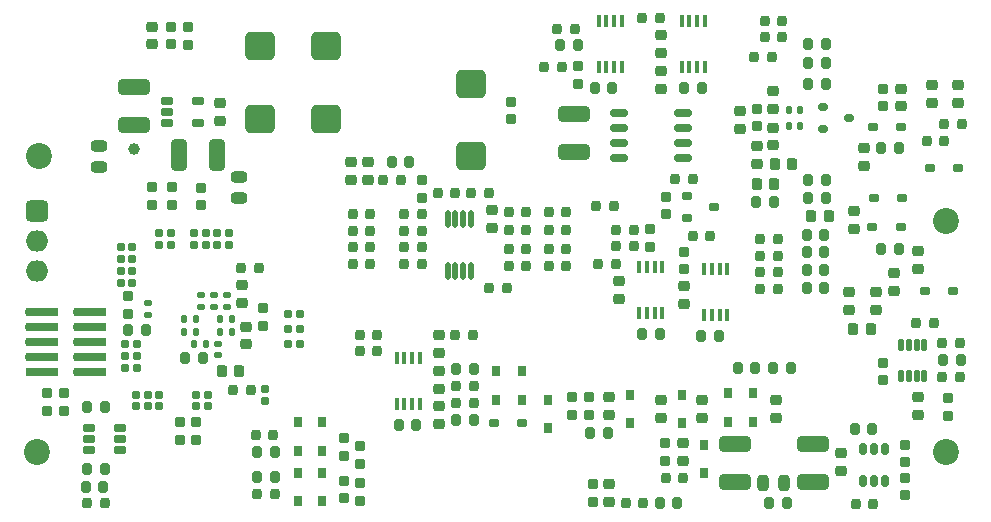
<source format=gbr>
%TF.GenerationSoftware,Altium Limited,Altium Designer,22.6.1 (34)*%
G04 Layer_Color=255*
%FSLAX45Y45*%
%MOMM*%
%TF.SameCoordinates,07F994AE-BB1C-4BEA-A643-928B9DFDCC76*%
%TF.FilePolarity,Positive*%
%TF.FileFunction,Pads,Bot*%
%TF.Part,Single*%
G01*
G75*
%TA.AperFunction,SMDPad,CuDef*%
%ADD22C,1.00000*%
G04:AMPARAMS|DCode=26|XSize=0.6mm|YSize=1mm|CornerRadius=0.15mm|HoleSize=0mm|Usage=FLASHONLY|Rotation=180.000|XOffset=0mm|YOffset=0mm|HoleType=Round|Shape=RoundedRectangle|*
%AMROUNDEDRECTD26*
21,1,0.60000,0.70000,0,0,180.0*
21,1,0.30000,1.00000,0,0,180.0*
1,1,0.30000,-0.15000,0.35000*
1,1,0.30000,0.15000,0.35000*
1,1,0.30000,0.15000,-0.35000*
1,1,0.30000,-0.15000,-0.35000*
%
%ADD26ROUNDEDRECTD26*%
G04:AMPARAMS|DCode=28|XSize=0.75mm|YSize=0.85mm|CornerRadius=0.1875mm|HoleSize=0mm|Usage=FLASHONLY|Rotation=90.000|XOffset=0mm|YOffset=0mm|HoleType=Round|Shape=RoundedRectangle|*
%AMROUNDEDRECTD28*
21,1,0.75000,0.47500,0,0,90.0*
21,1,0.37500,0.85000,0,0,90.0*
1,1,0.37500,0.23750,0.18750*
1,1,0.37500,0.23750,-0.18750*
1,1,0.37500,-0.23750,-0.18750*
1,1,0.37500,-0.23750,0.18750*
%
%ADD28ROUNDEDRECTD28*%
G04:AMPARAMS|DCode=40|XSize=0.95mm|YSize=0.85mm|CornerRadius=0.2125mm|HoleSize=0mm|Usage=FLASHONLY|Rotation=0.000|XOffset=0mm|YOffset=0mm|HoleType=Round|Shape=RoundedRectangle|*
%AMROUNDEDRECTD40*
21,1,0.95000,0.42500,0,0,0.0*
21,1,0.52500,0.85000,0,0,0.0*
1,1,0.42500,0.26250,-0.21250*
1,1,0.42500,-0.26250,-0.21250*
1,1,0.42500,-0.26250,0.21250*
1,1,0.42500,0.26250,0.21250*
%
%ADD40ROUNDEDRECTD40*%
G04:AMPARAMS|DCode=41|XSize=0.95mm|YSize=0.85mm|CornerRadius=0.2125mm|HoleSize=0mm|Usage=FLASHONLY|Rotation=270.000|XOffset=0mm|YOffset=0mm|HoleType=Round|Shape=RoundedRectangle|*
%AMROUNDEDRECTD41*
21,1,0.95000,0.42500,0,0,270.0*
21,1,0.52500,0.85000,0,0,270.0*
1,1,0.42500,-0.21250,-0.26250*
1,1,0.42500,-0.21250,0.26250*
1,1,0.42500,0.21250,0.26250*
1,1,0.42500,0.21250,-0.26250*
%
%ADD41ROUNDEDRECTD41*%
G04:AMPARAMS|DCode=42|XSize=2.5mm|YSize=2.45mm|CornerRadius=0.42875mm|HoleSize=0mm|Usage=FLASHONLY|Rotation=180.000|XOffset=0mm|YOffset=0mm|HoleType=Round|Shape=RoundedRectangle|*
%AMROUNDEDRECTD42*
21,1,2.50000,1.59250,0,0,180.0*
21,1,1.64250,2.45000,0,0,180.0*
1,1,0.85750,-0.82125,0.79625*
1,1,0.85750,0.82125,0.79625*
1,1,0.85750,0.82125,-0.79625*
1,1,0.85750,-0.82125,-0.79625*
%
%ADD42ROUNDEDRECTD42*%
G04:AMPARAMS|DCode=43|XSize=2.7mm|YSize=1.35mm|CornerRadius=0.3375mm|HoleSize=0mm|Usage=FLASHONLY|Rotation=180.000|XOffset=0mm|YOffset=0mm|HoleType=Round|Shape=RoundedRectangle|*
%AMROUNDEDRECTD43*
21,1,2.70000,0.67500,0,0,180.0*
21,1,2.02500,1.35000,0,0,180.0*
1,1,0.67500,-1.01250,0.33750*
1,1,0.67500,1.01250,0.33750*
1,1,0.67500,1.01250,-0.33750*
1,1,0.67500,-1.01250,-0.33750*
%
%ADD43ROUNDEDRECTD43*%
G04:AMPARAMS|DCode=44|XSize=0.65mm|YSize=0.55mm|CornerRadius=0.1375mm|HoleSize=0mm|Usage=FLASHONLY|Rotation=180.000|XOffset=0mm|YOffset=0mm|HoleType=Round|Shape=RoundedRectangle|*
%AMROUNDEDRECTD44*
21,1,0.65000,0.27500,0,0,180.0*
21,1,0.37500,0.55000,0,0,180.0*
1,1,0.27500,-0.18750,0.13750*
1,1,0.27500,0.18750,0.13750*
1,1,0.27500,0.18750,-0.13750*
1,1,0.27500,-0.18750,-0.13750*
%
%ADD44ROUNDEDRECTD44*%
G04:AMPARAMS|DCode=45|XSize=0.65mm|YSize=0.55mm|CornerRadius=0.1375mm|HoleSize=0mm|Usage=FLASHONLY|Rotation=90.000|XOffset=0mm|YOffset=0mm|HoleType=Round|Shape=RoundedRectangle|*
%AMROUNDEDRECTD45*
21,1,0.65000,0.27500,0,0,90.0*
21,1,0.37500,0.55000,0,0,90.0*
1,1,0.27500,0.13750,0.18750*
1,1,0.27500,0.13750,-0.18750*
1,1,0.27500,-0.13750,-0.18750*
1,1,0.27500,-0.13750,0.18750*
%
%ADD45ROUNDEDRECTD45*%
G04:AMPARAMS|DCode=47|XSize=0.65mm|YSize=0.85mm|CornerRadius=0.1625mm|HoleSize=0mm|Usage=FLASHONLY|Rotation=90.000|XOffset=0mm|YOffset=0mm|HoleType=Round|Shape=RoundedRectangle|*
%AMROUNDEDRECTD47*
21,1,0.65000,0.52500,0,0,90.0*
21,1,0.32500,0.85000,0,0,90.0*
1,1,0.32500,0.26250,0.16250*
1,1,0.32500,0.26250,-0.16250*
1,1,0.32500,-0.26250,-0.16250*
1,1,0.32500,-0.26250,0.16250*
%
%ADD47ROUNDEDRECTD47*%
G04:AMPARAMS|DCode=48|XSize=0.75mm|YSize=0.85mm|CornerRadius=0.1875mm|HoleSize=0mm|Usage=FLASHONLY|Rotation=0.000|XOffset=0mm|YOffset=0mm|HoleType=Round|Shape=RoundedRectangle|*
%AMROUNDEDRECTD48*
21,1,0.75000,0.47500,0,0,0.0*
21,1,0.37500,0.85000,0,0,0.0*
1,1,0.37500,0.18750,-0.23750*
1,1,0.37500,-0.18750,-0.23750*
1,1,0.37500,-0.18750,0.23750*
1,1,0.37500,0.18750,0.23750*
%
%ADD48ROUNDEDRECTD48*%
G04:AMPARAMS|DCode=49|XSize=0.98mm|YSize=0.92mm|CornerRadius=0.23mm|HoleSize=0mm|Usage=FLASHONLY|Rotation=270.000|XOffset=0mm|YOffset=0mm|HoleType=Round|Shape=RoundedRectangle|*
%AMROUNDEDRECTD49*
21,1,0.98000,0.46000,0,0,270.0*
21,1,0.52000,0.92000,0,0,270.0*
1,1,0.46000,-0.23000,-0.26000*
1,1,0.46000,-0.23000,0.26000*
1,1,0.46000,0.23000,0.26000*
1,1,0.46000,0.23000,-0.26000*
%
%ADD49ROUNDEDRECTD49*%
G04:AMPARAMS|DCode=50|XSize=0.98mm|YSize=0.92mm|CornerRadius=0.23mm|HoleSize=0mm|Usage=FLASHONLY|Rotation=0.000|XOffset=0mm|YOffset=0mm|HoleType=Round|Shape=RoundedRectangle|*
%AMROUNDEDRECTD50*
21,1,0.98000,0.46000,0,0,0.0*
21,1,0.52000,0.92000,0,0,0.0*
1,1,0.46000,0.26000,-0.23000*
1,1,0.46000,-0.26000,-0.23000*
1,1,0.46000,-0.26000,0.23000*
1,1,0.46000,0.26000,0.23000*
%
%ADD50ROUNDEDRECTD50*%
G04:AMPARAMS|DCode=52|XSize=0.65mm|YSize=0.9mm|CornerRadius=0.1625mm|HoleSize=0mm|Usage=FLASHONLY|Rotation=90.000|XOffset=0mm|YOffset=0mm|HoleType=Round|Shape=RoundedRectangle|*
%AMROUNDEDRECTD52*
21,1,0.65000,0.57500,0,0,90.0*
21,1,0.32500,0.90000,0,0,90.0*
1,1,0.32500,0.28750,0.16250*
1,1,0.32500,0.28750,-0.16250*
1,1,0.32500,-0.28750,-0.16250*
1,1,0.32500,-0.28750,0.16250*
%
%ADD52ROUNDEDRECTD52*%
G04:AMPARAMS|DCode=53|XSize=0.9mm|YSize=0.8mm|CornerRadius=0.2mm|HoleSize=0mm|Usage=FLASHONLY|Rotation=270.000|XOffset=0mm|YOffset=0mm|HoleType=Round|Shape=RoundedRectangle|*
%AMROUNDEDRECTD53*
21,1,0.90000,0.40000,0,0,270.0*
21,1,0.50000,0.80000,0,0,270.0*
1,1,0.40000,-0.20000,-0.25000*
1,1,0.40000,-0.20000,0.25000*
1,1,0.40000,0.20000,0.25000*
1,1,0.40000,0.20000,-0.25000*
%
%ADD53ROUNDEDRECTD53*%
G04:AMPARAMS|DCode=54|XSize=1.35mm|YSize=0.95mm|CornerRadius=0.2375mm|HoleSize=0mm|Usage=FLASHONLY|Rotation=270.000|XOffset=0mm|YOffset=0mm|HoleType=Round|Shape=RoundedRectangle|*
%AMROUNDEDRECTD54*
21,1,1.35000,0.47500,0,0,270.0*
21,1,0.87500,0.95000,0,0,270.0*
1,1,0.47500,-0.23750,-0.43750*
1,1,0.47500,-0.23750,0.43750*
1,1,0.47500,0.23750,0.43750*
1,1,0.47500,0.23750,-0.43750*
%
%ADD54ROUNDEDRECTD54*%
G04:AMPARAMS|DCode=55|XSize=1.35mm|YSize=0.95mm|CornerRadius=0.2375mm|HoleSize=0mm|Usage=FLASHONLY|Rotation=180.000|XOffset=0mm|YOffset=0mm|HoleType=Round|Shape=RoundedRectangle|*
%AMROUNDEDRECTD55*
21,1,1.35000,0.47500,0,0,180.0*
21,1,0.87500,0.95000,0,0,180.0*
1,1,0.47500,-0.43750,0.23750*
1,1,0.47500,0.43750,0.23750*
1,1,0.47500,0.43750,-0.23750*
1,1,0.47500,-0.43750,-0.23750*
%
%ADD55ROUNDEDRECTD55*%
G04:AMPARAMS|DCode=56|XSize=0.9mm|YSize=0.8mm|CornerRadius=0.2mm|HoleSize=0mm|Usage=FLASHONLY|Rotation=0.000|XOffset=0mm|YOffset=0mm|HoleType=Round|Shape=RoundedRectangle|*
%AMROUNDEDRECTD56*
21,1,0.90000,0.40000,0,0,0.0*
21,1,0.50000,0.80000,0,0,0.0*
1,1,0.40000,0.25000,-0.20000*
1,1,0.40000,-0.25000,-0.20000*
1,1,0.40000,-0.25000,0.20000*
1,1,0.40000,0.25000,0.20000*
%
%ADD56ROUNDEDRECTD56*%
G04:AMPARAMS|DCode=57|XSize=0.6mm|YSize=0.6mm|CornerRadius=0.075mm|HoleSize=0mm|Usage=FLASHONLY|Rotation=0.000|XOffset=0mm|YOffset=0mm|HoleType=Round|Shape=RoundedRectangle|*
%AMROUNDEDRECTD57*
21,1,0.60000,0.45000,0,0,0.0*
21,1,0.45000,0.60000,0,0,0.0*
1,1,0.15000,0.22500,-0.22500*
1,1,0.15000,-0.22500,-0.22500*
1,1,0.15000,-0.22500,0.22500*
1,1,0.15000,0.22500,0.22500*
%
%ADD57ROUNDEDRECTD57*%
G04:AMPARAMS|DCode=58|XSize=0.6mm|YSize=0.6mm|CornerRadius=0.075mm|HoleSize=0mm|Usage=FLASHONLY|Rotation=270.000|XOffset=0mm|YOffset=0mm|HoleType=Round|Shape=RoundedRectangle|*
%AMROUNDEDRECTD58*
21,1,0.60000,0.45000,0,0,270.0*
21,1,0.45000,0.60000,0,0,270.0*
1,1,0.15000,-0.22500,-0.22500*
1,1,0.15000,-0.22500,0.22500*
1,1,0.15000,0.22500,0.22500*
1,1,0.15000,0.22500,-0.22500*
%
%ADD58ROUNDEDRECTD58*%
G04:AMPARAMS|DCode=59|XSize=0.65mm|YSize=1.45mm|CornerRadius=0.1625mm|HoleSize=0mm|Usage=FLASHONLY|Rotation=270.000|XOffset=0mm|YOffset=0mm|HoleType=Round|Shape=RoundedRectangle|*
%AMROUNDEDRECTD59*
21,1,0.65000,1.12500,0,0,270.0*
21,1,0.32500,1.45000,0,0,270.0*
1,1,0.32500,-0.56250,-0.16250*
1,1,0.32500,-0.56250,0.16250*
1,1,0.32500,0.56250,0.16250*
1,1,0.32500,0.56250,-0.16250*
%
%ADD59ROUNDEDRECTD59*%
G04:AMPARAMS|DCode=61|XSize=0.4mm|YSize=1.1mm|CornerRadius=0.1mm|HoleSize=0mm|Usage=FLASHONLY|Rotation=0.000|XOffset=0mm|YOffset=0mm|HoleType=Round|Shape=RoundedRectangle|*
%AMROUNDEDRECTD61*
21,1,0.40000,0.90000,0,0,0.0*
21,1,0.20000,1.10000,0,0,0.0*
1,1,0.20000,0.10000,-0.45000*
1,1,0.20000,-0.10000,-0.45000*
1,1,0.20000,-0.10000,0.45000*
1,1,0.20000,0.10000,0.45000*
%
%ADD61ROUNDEDRECTD61*%
%TA.AperFunction,ComponentPad*%
%ADD72O,1.90000X1.80000*%
G04:AMPARAMS|DCode=73|XSize=1.8mm|YSize=1.9mm|CornerRadius=0.36mm|HoleSize=0mm|Usage=FLASHONLY|Rotation=270.000|XOffset=0mm|YOffset=0mm|HoleType=Round|Shape=RoundedRectangle|*
%AMROUNDEDRECTD73*
21,1,1.80000,1.18000,0,0,270.0*
21,1,1.08000,1.90000,0,0,270.0*
1,1,0.72000,-0.59000,-0.54000*
1,1,0.72000,-0.59000,0.54000*
1,1,0.72000,0.59000,0.54000*
1,1,0.72000,0.59000,-0.54000*
%
%ADD73ROUNDEDRECTD73*%
%TA.AperFunction,WasherPad*%
%ADD74C,2.20000*%
%TA.AperFunction,SMDPad,CuDef*%
G04:AMPARAMS|DCode=88|XSize=0.45mm|YSize=1.45mm|CornerRadius=0.14625mm|HoleSize=0mm|Usage=FLASHONLY|Rotation=0.000|XOffset=0mm|YOffset=0mm|HoleType=Round|Shape=RoundedRectangle|*
%AMROUNDEDRECTD88*
21,1,0.45000,1.15750,0,0,0.0*
21,1,0.15750,1.45000,0,0,0.0*
1,1,0.29250,0.07875,-0.57875*
1,1,0.29250,-0.07875,-0.57875*
1,1,0.29250,-0.07875,0.57875*
1,1,0.29250,0.07875,0.57875*
%
%ADD88ROUNDEDRECTD88*%
G04:AMPARAMS|DCode=89|XSize=0.45mm|YSize=1mm|CornerRadius=0.1125mm|HoleSize=0mm|Usage=FLASHONLY|Rotation=0.000|XOffset=0mm|YOffset=0mm|HoleType=Round|Shape=RoundedRectangle|*
%AMROUNDEDRECTD89*
21,1,0.45000,0.77500,0,0,0.0*
21,1,0.22500,1.00000,0,0,0.0*
1,1,0.22500,0.11250,-0.38750*
1,1,0.22500,-0.11250,-0.38750*
1,1,0.22500,-0.11250,0.38750*
1,1,0.22500,0.11250,0.38750*
%
%ADD89ROUNDEDRECTD89*%
G04:AMPARAMS|DCode=90|XSize=0.6mm|YSize=1.1mm|CornerRadius=0.15mm|HoleSize=0mm|Usage=FLASHONLY|Rotation=90.000|XOffset=0mm|YOffset=0mm|HoleType=Round|Shape=RoundedRectangle|*
%AMROUNDEDRECTD90*
21,1,0.60000,0.80000,0,0,90.0*
21,1,0.30000,1.10000,0,0,90.0*
1,1,0.30000,0.40000,0.15000*
1,1,0.30000,0.40000,-0.15000*
1,1,0.30000,-0.40000,-0.15000*
1,1,0.30000,-0.40000,0.15000*
%
%ADD90ROUNDEDRECTD90*%
G04:AMPARAMS|DCode=91|XSize=2.794mm|YSize=0.7366mm|CornerRadius=0.18415mm|HoleSize=0mm|Usage=FLASHONLY|Rotation=0.000|XOffset=0mm|YOffset=0mm|HoleType=Round|Shape=RoundedRectangle|*
%AMROUNDEDRECTD91*
21,1,2.79400,0.36830,0,0,0.0*
21,1,2.42570,0.73660,0,0,0.0*
1,1,0.36830,1.21285,-0.18415*
1,1,0.36830,-1.21285,-0.18415*
1,1,0.36830,-1.21285,0.18415*
1,1,0.36830,1.21285,0.18415*
%
%ADD91ROUNDEDRECTD91*%
%ADD92R,2.79400X0.73660*%
G04:AMPARAMS|DCode=93|XSize=0.62mm|YSize=0.56mm|CornerRadius=0.14mm|HoleSize=0mm|Usage=FLASHONLY|Rotation=90.000|XOffset=0mm|YOffset=0mm|HoleType=Round|Shape=RoundedRectangle|*
%AMROUNDEDRECTD93*
21,1,0.62000,0.28000,0,0,90.0*
21,1,0.34000,0.56000,0,0,90.0*
1,1,0.28000,0.14000,0.17000*
1,1,0.28000,0.14000,-0.17000*
1,1,0.28000,-0.14000,-0.17000*
1,1,0.28000,-0.14000,0.17000*
%
%ADD93ROUNDEDRECTD93*%
%TA.AperFunction,ConnectorPad*%
G04:AMPARAMS|DCode=94|XSize=0.9mm|YSize=0.8mm|CornerRadius=0.2mm|HoleSize=0mm|Usage=FLASHONLY|Rotation=0.000|XOffset=0mm|YOffset=0mm|HoleType=Round|Shape=RoundedRectangle|*
%AMROUNDEDRECTD94*
21,1,0.90000,0.40000,0,0,0.0*
21,1,0.50000,0.80000,0,0,0.0*
1,1,0.40000,0.25000,-0.20000*
1,1,0.40000,-0.25000,-0.20000*
1,1,0.40000,-0.25000,0.20000*
1,1,0.40000,0.25000,0.20000*
%
%ADD94ROUNDEDRECTD94*%
%TA.AperFunction,SMDPad,CuDef*%
G04:AMPARAMS|DCode=95|XSize=2.7mm|YSize=1.35mm|CornerRadius=0.3375mm|HoleSize=0mm|Usage=FLASHONLY|Rotation=90.000|XOffset=0mm|YOffset=0mm|HoleType=Round|Shape=RoundedRectangle|*
%AMROUNDEDRECTD95*
21,1,2.70000,0.67500,0,0,90.0*
21,1,2.02500,1.35000,0,0,90.0*
1,1,0.67500,0.33750,1.01250*
1,1,0.67500,0.33750,-1.01250*
1,1,0.67500,-0.33750,-1.01250*
1,1,0.67500,-0.33750,1.01250*
%
%ADD95ROUNDEDRECTD95*%
D22*
X1075000Y3165000D02*
D03*
D26*
X7244999Y350000D02*
D03*
X7339999D02*
D03*
X7434999D02*
D03*
Y620000D02*
D03*
X7339999D02*
D03*
X7244999D02*
D03*
D28*
X7809999Y3000000D02*
D03*
X8049999D02*
D03*
X7769999Y1964974D02*
D03*
X8009999D02*
D03*
X7565000Y2500000D02*
D03*
X7325000D02*
D03*
X7570000Y3349975D02*
D03*
X7330000D02*
D03*
X7577499Y2750000D02*
D03*
X7337499D02*
D03*
X4120076Y840000D02*
D03*
X4360076D02*
D03*
D40*
X7709998Y909975D02*
D03*
Y1059975D02*
D03*
X5100000Y912500D02*
D03*
Y1062500D02*
D03*
X5719999Y525000D02*
D03*
Y675000D02*
D03*
X5537524Y1037500D02*
D03*
Y887500D02*
D03*
X5887575D02*
D03*
Y1037500D02*
D03*
X6512499Y887500D02*
D03*
Y1037500D02*
D03*
X7254974Y3169949D02*
D03*
Y3019949D02*
D03*
X7357499Y1800000D02*
D03*
Y1950000D02*
D03*
X8049999Y3555000D02*
D03*
Y3705000D02*
D03*
X7830000D02*
D03*
Y3555000D02*
D03*
X7170000Y2637500D02*
D03*
Y2487500D02*
D03*
X7569999Y3675000D02*
D03*
Y3525000D02*
D03*
X1224999Y4050000D02*
D03*
Y4200000D02*
D03*
X7060049Y440000D02*
D03*
Y590000D02*
D03*
X1805049Y3400000D02*
D03*
Y3550000D02*
D03*
X5100000Y175000D02*
D03*
Y325000D02*
D03*
X3660000Y1585000D02*
D03*
Y1435000D02*
D03*
Y1135000D02*
D03*
Y1285000D02*
D03*
X3660000Y835000D02*
D03*
Y985000D02*
D03*
X3052526Y2900052D02*
D03*
Y3050052D02*
D03*
X2912500Y2900052D02*
D03*
Y3050052D02*
D03*
X7507500Y1962500D02*
D03*
Y2112500D02*
D03*
X7132500Y1800000D02*
D03*
Y1950000D02*
D03*
X6347475Y3035000D02*
D03*
Y3185000D02*
D03*
X2025025Y1659975D02*
D03*
Y1509975D02*
D03*
X1985024Y1860000D02*
D03*
Y2010000D02*
D03*
X4103125Y2645625D02*
D03*
Y2495625D02*
D03*
X5540000Y3675000D02*
D03*
Y3825000D02*
D03*
X6207475Y3335000D02*
D03*
Y3485000D02*
D03*
X6487500Y3505000D02*
D03*
Y3655000D02*
D03*
Y3345000D02*
D03*
Y3195000D02*
D03*
X5540000Y3975000D02*
D03*
Y4125000D02*
D03*
X5180000Y1895000D02*
D03*
Y2045000D02*
D03*
X5730000Y1855000D02*
D03*
Y2005000D02*
D03*
D41*
X5675000Y162500D02*
D03*
X5525000D02*
D03*
X6485000Y1310000D02*
D03*
X6635000D02*
D03*
X6334999D02*
D03*
X6184999D02*
D03*
X6600000Y162500D02*
D03*
X6450000D02*
D03*
X6770000Y2437500D02*
D03*
X6920000D02*
D03*
X6782499Y2750000D02*
D03*
X6932499D02*
D03*
X6770000Y2137500D02*
D03*
X6920000D02*
D03*
X6770000Y2287500D02*
D03*
X6920000D02*
D03*
X6782499Y2900000D02*
D03*
X6932499D02*
D03*
X6770000Y1987500D02*
D03*
X6920000D02*
D03*
X7399999Y2314923D02*
D03*
X7550000D02*
D03*
X7399999Y3174949D02*
D03*
X7550000D02*
D03*
X6932499Y3887500D02*
D03*
X6782499D02*
D03*
X6932499Y3712500D02*
D03*
X6782499D02*
D03*
X6932499Y4050000D02*
D03*
X6782499D02*
D03*
X7174998Y795025D02*
D03*
X7324999D02*
D03*
X2264999Y385026D02*
D03*
X2114999D02*
D03*
X2264999Y600000D02*
D03*
X2114999D02*
D03*
X5087500Y762500D02*
D03*
X4937500D02*
D03*
X3465000Y830000D02*
D03*
X3315000D02*
D03*
X3805075Y1300000D02*
D03*
X3955076D02*
D03*
X3805000Y870000D02*
D03*
X3955000D02*
D03*
X3405000Y3050000D02*
D03*
X3255000D02*
D03*
X6495000Y2714975D02*
D03*
X6345000D02*
D03*
X1509998Y1395000D02*
D03*
X1659998D02*
D03*
X674999Y975000D02*
D03*
X824999D02*
D03*
X1024999Y1630000D02*
D03*
X1174999D02*
D03*
X814999Y305000D02*
D03*
X664999D02*
D03*
X674998Y449896D02*
D03*
X824999D02*
D03*
X5125000Y3680000D02*
D03*
X4975000D02*
D03*
X4684999Y4040000D02*
D03*
X4834999D02*
D03*
X5885000Y3680000D02*
D03*
X5735000D02*
D03*
X6025000Y1580000D02*
D03*
X5875000D02*
D03*
X5375000Y1600000D02*
D03*
X5525000D02*
D03*
X7925023Y1375759D02*
D03*
X8075023D02*
D03*
D42*
X3930000Y3102500D02*
D03*
Y3717500D02*
D03*
X2699999Y3417500D02*
D03*
Y4032500D02*
D03*
X2145075Y3417500D02*
D03*
Y4032500D02*
D03*
D43*
X4799999Y3140000D02*
D03*
Y3460000D02*
D03*
X6825023Y665000D02*
D03*
Y345000D02*
D03*
X6159974Y344975D02*
D03*
Y664975D02*
D03*
X1074998Y3685000D02*
D03*
Y3365000D02*
D03*
D44*
X1644998Y1925000D02*
D03*
Y1825000D02*
D03*
X1190000Y1860000D02*
D03*
Y1760000D02*
D03*
X1785045Y1414945D02*
D03*
Y1514944D02*
D03*
X1864999Y1925000D02*
D03*
Y1825000D02*
D03*
X1755000D02*
D03*
Y1925000D02*
D03*
D45*
X1684999Y1515000D02*
D03*
X1585000D02*
D03*
X1904999Y1615000D02*
D03*
X1805000D02*
D03*
X1904999Y1725000D02*
D03*
X1805000D02*
D03*
X1500000Y1615000D02*
D03*
X1599999D02*
D03*
X1500000Y1725000D02*
D03*
X1599999D02*
D03*
D47*
X6907500Y3330000D02*
D03*
Y3520000D02*
D03*
X7132500Y3425000D02*
D03*
D48*
X5275026Y842500D02*
D03*
Y1082500D02*
D03*
X5899999Y420000D02*
D03*
Y660000D02*
D03*
X5712550Y1082500D02*
D03*
Y842500D02*
D03*
X6099999Y1095000D02*
D03*
Y855000D02*
D03*
X6312499Y1095000D02*
D03*
Y855000D02*
D03*
X2460000Y180000D02*
D03*
Y420000D02*
D03*
X2670000D02*
D03*
Y180000D02*
D03*
X2460000Y850000D02*
D03*
Y610000D02*
D03*
X2670000D02*
D03*
Y850000D02*
D03*
X4359999Y1040000D02*
D03*
Y1280000D02*
D03*
X4579999Y800000D02*
D03*
Y1040000D02*
D03*
X4140000D02*
D03*
Y1280000D02*
D03*
D49*
X1964024Y1279919D02*
D03*
X1816024D02*
D03*
X7313999Y1639974D02*
D03*
X7165999D02*
D03*
X6346000Y2870000D02*
D03*
X6494000D02*
D03*
X6956500Y2600000D02*
D03*
X6808500D02*
D03*
X6646500Y3034975D02*
D03*
X6498500D02*
D03*
D50*
X7710024Y2151000D02*
D03*
Y2299000D02*
D03*
D52*
X5752500Y2575000D02*
D03*
Y2765000D02*
D03*
X5987500Y2670000D02*
D03*
D53*
X2985000Y1450000D02*
D03*
X3135000D02*
D03*
X6374999Y1979923D02*
D03*
X6524999D02*
D03*
X6374999Y2119949D02*
D03*
X6524999D02*
D03*
X6374999Y2259974D02*
D03*
X6524999D02*
D03*
X6374999Y2400000D02*
D03*
X6524999D02*
D03*
X6564999Y4110000D02*
D03*
X6414999D02*
D03*
X6564999Y4250000D02*
D03*
X6414999D02*
D03*
X6325000Y3940000D02*
D03*
X6475000D02*
D03*
X7334999Y160000D02*
D03*
X7184999D02*
D03*
X2114999Y245000D02*
D03*
X2264999D02*
D03*
X2104999Y740000D02*
D03*
X2254999D02*
D03*
X5237500Y162500D02*
D03*
X5387500D02*
D03*
X3134999Y1590000D02*
D03*
X2984999D02*
D03*
X3795000D02*
D03*
X3944999D02*
D03*
X3954999Y1010000D02*
D03*
X3804999D02*
D03*
X5725000Y380000D02*
D03*
X5575000D02*
D03*
X3954999Y1159974D02*
D03*
X3805000D02*
D03*
X7785000Y3232314D02*
D03*
X7935000D02*
D03*
X7934999Y3372340D02*
D03*
X8084999D02*
D03*
X4585000Y2170000D02*
D03*
X4735000D02*
D03*
X4585000Y2480000D02*
D03*
X4735000D02*
D03*
X3075000Y2610000D02*
D03*
X2925000D02*
D03*
X3075000Y2330000D02*
D03*
X2925000D02*
D03*
X4397500Y2172500D02*
D03*
X4247500D02*
D03*
X4397500Y2481250D02*
D03*
X4247500D02*
D03*
X3362500Y2610000D02*
D03*
X3512500D02*
D03*
X3362500Y2330000D02*
D03*
X3512500D02*
D03*
X4585000Y2320000D02*
D03*
X4735000D02*
D03*
X4585000Y2630000D02*
D03*
X4735000D02*
D03*
X3075000Y2470000D02*
D03*
X2925000D02*
D03*
X3075000Y2190000D02*
D03*
X2925000D02*
D03*
X4397500Y2318750D02*
D03*
X4247500D02*
D03*
X4397500Y2627500D02*
D03*
X4247500D02*
D03*
X3362500Y2470000D02*
D03*
X3512500D02*
D03*
X3362499Y2190000D02*
D03*
X3512499D02*
D03*
X3334999Y2900000D02*
D03*
X3184999D02*
D03*
X5955000Y2430000D02*
D03*
X5805000D02*
D03*
X2129998Y2155026D02*
D03*
X1979998D02*
D03*
X674999Y165000D02*
D03*
X824999D02*
D03*
X1915000Y1120000D02*
D03*
X2065000D02*
D03*
X4080624Y2790000D02*
D03*
X3930624D02*
D03*
X4082500Y1985026D02*
D03*
X4232500D02*
D03*
X3796249Y2790000D02*
D03*
X3646249D02*
D03*
X5655000Y2910000D02*
D03*
X5805000D02*
D03*
X4694999Y3860000D02*
D03*
X4544999D02*
D03*
X5374999Y4270000D02*
D03*
X5524999D02*
D03*
X4654999Y4180000D02*
D03*
X4804999D02*
D03*
X5140000Y2680000D02*
D03*
X4990000D02*
D03*
X5155000Y2480000D02*
D03*
X5305000D02*
D03*
X5155000Y2190000D02*
D03*
X5005000D02*
D03*
X5305000Y2340000D02*
D03*
X5155000D02*
D03*
X7695000Y1690000D02*
D03*
X7845000D02*
D03*
X8065024Y1520785D02*
D03*
X7915024D02*
D03*
X8065023Y1230733D02*
D03*
X7915023D02*
D03*
D54*
X6399999Y337500D02*
D03*
X6574999D02*
D03*
D55*
X1960000Y2752500D02*
D03*
Y2927500D02*
D03*
X780000Y3187500D02*
D03*
Y3012500D02*
D03*
D56*
X7420000Y3675000D02*
D03*
Y3525000D02*
D03*
X1385024Y4200000D02*
D03*
Y4050000D02*
D03*
X1530000Y4045000D02*
D03*
Y4195000D02*
D03*
X7600025Y230000D02*
D03*
Y380000D02*
D03*
Y660026D02*
D03*
Y510026D02*
D03*
X2990000Y185000D02*
D03*
Y335000D02*
D03*
X2850000Y355000D02*
D03*
Y205000D02*
D03*
X2989999Y495000D02*
D03*
Y645000D02*
D03*
X2850000Y565000D02*
D03*
Y715000D02*
D03*
X4959974Y175000D02*
D03*
Y325000D02*
D03*
X4780000Y915000D02*
D03*
Y1065000D02*
D03*
X4929999Y915000D02*
D03*
Y1065000D02*
D03*
X5570000Y675000D02*
D03*
Y525000D02*
D03*
X1640000Y2835000D02*
D03*
Y2685000D02*
D03*
X5577473Y2760000D02*
D03*
Y2610000D02*
D03*
X1225000Y2687500D02*
D03*
Y2837500D02*
D03*
X1399999D02*
D03*
Y2687500D02*
D03*
X1599999Y700000D02*
D03*
Y850000D02*
D03*
X1459973Y850000D02*
D03*
Y700000D02*
D03*
X2165051Y1665000D02*
D03*
Y1815000D02*
D03*
X1020000Y1765000D02*
D03*
Y1915000D02*
D03*
X479974Y944974D02*
D03*
Y1094974D02*
D03*
X339948Y944974D02*
D03*
Y1094974D02*
D03*
X3510000Y2747500D02*
D03*
Y2897500D02*
D03*
X6347500Y3505000D02*
D03*
Y3355000D02*
D03*
X4270000Y3415000D02*
D03*
Y3565000D02*
D03*
X4829999Y3715000D02*
D03*
Y3865000D02*
D03*
X5440000Y2485000D02*
D03*
Y2335000D02*
D03*
X5730000Y2145000D02*
D03*
Y2295000D02*
D03*
X7419999Y1355000D02*
D03*
Y1205000D02*
D03*
D57*
X1289998Y1083000D02*
D03*
Y987000D02*
D03*
X1089974D02*
D03*
Y1083000D02*
D03*
X1580050Y2448000D02*
D03*
Y2352000D02*
D03*
X1390024Y2448000D02*
D03*
Y2352000D02*
D03*
X1289998Y2448000D02*
D03*
Y2352000D02*
D03*
X1700025Y987000D02*
D03*
Y1083000D02*
D03*
X1600000D02*
D03*
Y987000D02*
D03*
X2180000Y1128000D02*
D03*
Y1032000D02*
D03*
X1880126Y2352000D02*
D03*
Y2448000D02*
D03*
X1680075D02*
D03*
Y2352000D02*
D03*
X1780100D02*
D03*
Y2448000D02*
D03*
X1189999Y1083000D02*
D03*
Y987000D02*
D03*
D58*
X1097999Y1410000D02*
D03*
X1001999D02*
D03*
X961999Y2330000D02*
D03*
X1057999D02*
D03*
X2478000Y1770000D02*
D03*
X2382000D02*
D03*
X1057999Y2230000D02*
D03*
X961999D02*
D03*
X1057999Y2130000D02*
D03*
X961999D02*
D03*
X1097999Y1310000D02*
D03*
X1001999D02*
D03*
X2382000Y1510000D02*
D03*
X2478000D02*
D03*
X2382000Y1640000D02*
D03*
X2478000D02*
D03*
X961999Y2030000D02*
D03*
X1057999D02*
D03*
X1097999Y1510000D02*
D03*
X1001999D02*
D03*
D59*
X5177500Y3089500D02*
D03*
Y3216500D02*
D03*
Y3343500D02*
D03*
Y3470500D02*
D03*
X5722500Y3089500D02*
D03*
Y3216500D02*
D03*
Y3343500D02*
D03*
Y3470500D02*
D03*
D61*
X6097500Y1756250D02*
D03*
X6032500D02*
D03*
X5967500D02*
D03*
X5902500D02*
D03*
X6097500Y2143750D02*
D03*
X6032500D02*
D03*
X5967500D02*
D03*
X5902500D02*
D03*
X3297525Y1393724D02*
D03*
X3362525D02*
D03*
X3427525D02*
D03*
X3492525D02*
D03*
X3297525Y1006224D02*
D03*
X3362525D02*
D03*
X3427525D02*
D03*
X3492525D02*
D03*
X5712500Y4243776D02*
D03*
X5777500D02*
D03*
X5842500D02*
D03*
X5907500D02*
D03*
X5712500Y3856276D02*
D03*
X5777500D02*
D03*
X5842500D02*
D03*
X5907500D02*
D03*
X5202550Y3856250D02*
D03*
X5137550D02*
D03*
X5072550D02*
D03*
X5007550D02*
D03*
X5202550Y4243750D02*
D03*
X5137550D02*
D03*
X5072550D02*
D03*
X5007550D02*
D03*
X5352500Y2163750D02*
D03*
X5417500D02*
D03*
X5482500D02*
D03*
X5547500D02*
D03*
X5352500Y1776250D02*
D03*
X5417500D02*
D03*
X5482500D02*
D03*
X5547500D02*
D03*
D72*
X250000Y2385000D02*
D03*
Y2131000D02*
D03*
D73*
Y2639000D02*
D03*
D74*
X249993Y599997D02*
D03*
X7949997D02*
D03*
Y2549998D02*
D03*
X269993Y3099997D02*
D03*
D88*
X3924974Y2130000D02*
D03*
X3859973D02*
D03*
X3794974D02*
D03*
X3729973D02*
D03*
X3924974Y2570000D02*
D03*
X3859973D02*
D03*
X3794974D02*
D03*
X3729973D02*
D03*
D89*
X7572498Y1505000D02*
D03*
Y1245000D02*
D03*
X7767498Y1505000D02*
D03*
X7702498D02*
D03*
X7637498D02*
D03*
Y1245000D02*
D03*
X7702498D02*
D03*
X7767498D02*
D03*
D90*
X955005Y804922D02*
D03*
Y709922D02*
D03*
Y614922D02*
D03*
X695005D02*
D03*
Y709922D02*
D03*
Y804922D02*
D03*
X1617524Y3380000D02*
D03*
Y3570000D02*
D03*
X1352524D02*
D03*
Y3475000D02*
D03*
Y3380000D02*
D03*
D91*
X703200Y1784000D02*
D03*
Y1657000D02*
D03*
X296800Y1530000D02*
D03*
X703200Y1403000D02*
D03*
Y1276000D02*
D03*
X703199Y1530000D02*
D03*
X296800Y1403000D02*
D03*
Y1657000D02*
D03*
Y1784000D02*
D03*
D92*
Y1276000D02*
D03*
D93*
X6717499Y3490000D02*
D03*
X6617499D02*
D03*
X6717499Y3360000D02*
D03*
X6617499D02*
D03*
D94*
X7970000Y905000D02*
D03*
Y1055000D02*
D03*
D95*
X1455049Y3114975D02*
D03*
X1775049D02*
D03*
%TF.MD5,87f123131876570787cd77956d66fd87*%
M02*

</source>
